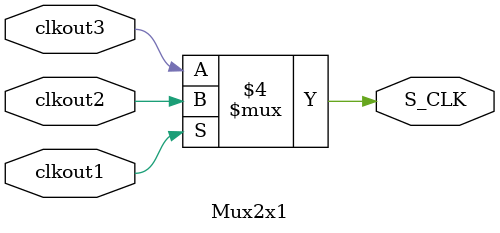
<source format=v>
`timescale 1ns / 1ps
module Mux2x1(input clkout1,clkout2,clkout3 ,output reg S_CLK
    );
	
	 
always @ ( *)

if (clkout1==1)
S_CLK=clkout2;
else
S_CLK=clkout3;
endmodule


</source>
